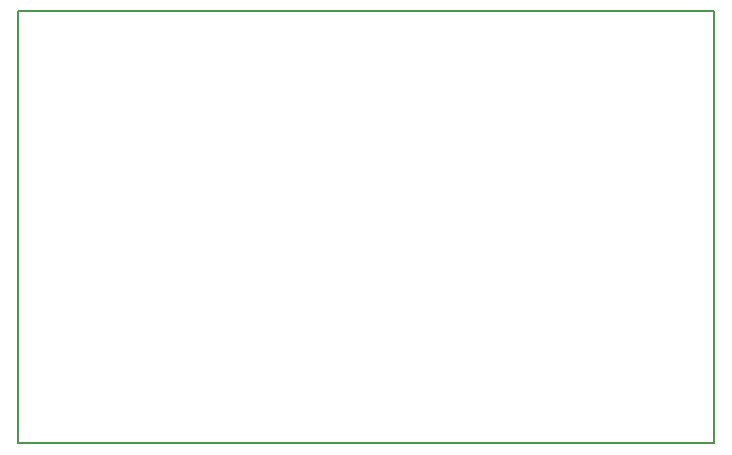
<source format=gm1>
G04 #@! TF.FileFunction,Profile,NP*
%FSLAX46Y46*%
G04 Gerber Fmt 4.6, Leading zero omitted, Abs format (unit mm)*
G04 Created by KiCad (PCBNEW 4.0.7) date Friday, March 30, 2018 'PMt' 08:41:18 PM*
%MOMM*%
%LPD*%
G01*
G04 APERTURE LIST*
%ADD10C,0.100000*%
%ADD11C,0.150000*%
G04 APERTURE END LIST*
D10*
D11*
X95123000Y-113792000D02*
X95123000Y-150368000D01*
X154051000Y-113792000D02*
X95123000Y-113792000D01*
X154051000Y-150368000D02*
X95123000Y-150368000D01*
X154051000Y-113792000D02*
X154051000Y-150368000D01*
M02*

</source>
